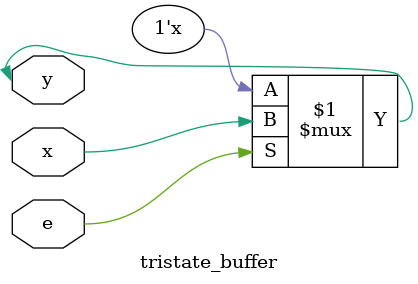
<source format=v>
module tristate_buffer(x, e, y);
    input x;
    input e;
    inout y;

assign y = e ? x : 1'bz;

endmodule


</source>
